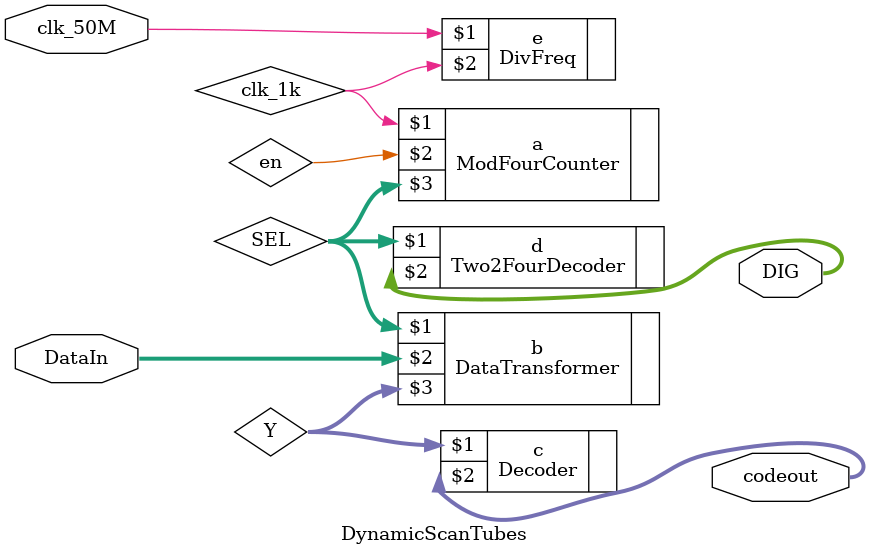
<source format=v>
module DynamicScanTubes(clk_50M, DataIn, DIG, codeout);
    //输入信号
    input clk_50M;
    input [9:0] DataIn;//计数器的值
    
    //输出信号
    output [7:0] DIG;
    output [6:0] codeout;

    //内部信号
	wire [1:0] SEL;
	wire [3:0] Y;
	wire clk_1k;
	
	DivFreq e(clk_50M, clk_1k);//分频器	
    ModFourCounter a(clk_1k, en, SEL);//模4计数器
    DataTransformer b(SEL, DataIn, Y);//4-1数据选择器(选择计数器输入的某一位)
    Decoder c(Y, codeout);///七段线译码器
    Two2FourDecoder d(SEL, DIG);//2-4译码器，选择要亮起的数码管
endmodule
</source>
